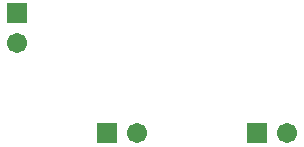
<source format=gbs>
G04*
G04 #@! TF.GenerationSoftware,Altium Limited,Altium Designer,20.1.11 (218)*
G04*
G04 Layer_Color=16711935*
%FSLAX25Y25*%
%MOIN*%
G70*
G04*
G04 #@! TF.SameCoordinates,065DB7FD-4843-4C92-90AC-568386BA0B10*
G04*
G04*
G04 #@! TF.FilePolarity,Negative*
G04*
G01*
G75*
%ADD16R,0.06706X0.06706*%
%ADD17C,0.06706*%
%ADD18R,0.06706X0.06706*%
D16*
X172500Y140000D02*
D03*
X222500D02*
D03*
D17*
X182500D02*
D03*
X232500D02*
D03*
X142500Y170000D02*
D03*
D18*
Y180000D02*
D03*
M02*

</source>
